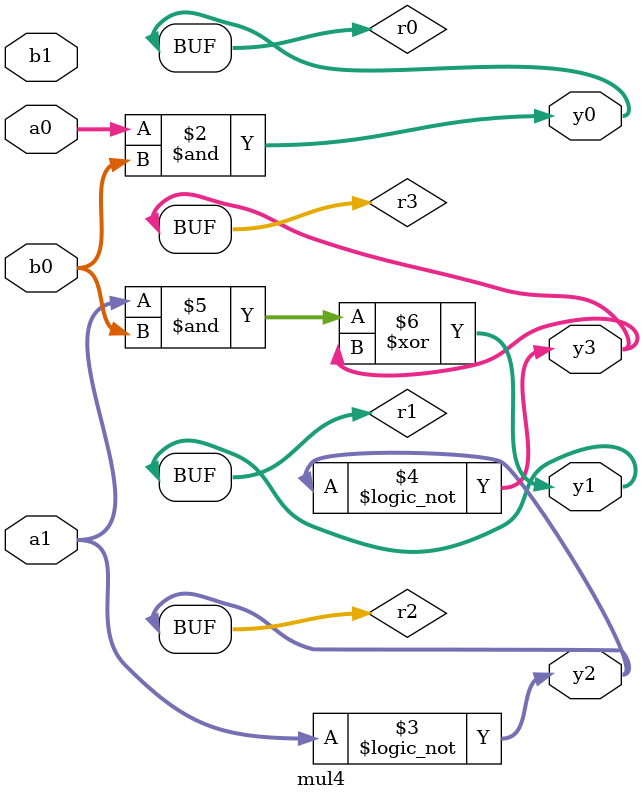
<source format=sv>
module mul4

  (

    input  logic[15:0] a1, a0, b1, b0,

    output logic[15:0] y3, y2, y1, y0

  );

  

logic [15:0] r0, r1, r2, r3; 
 always@(*) begin 
	 r0 = a0; r1 = a1; r2 = b0; r3 = b1; 
 	 r0  &=  b0 ;
 	 r2 = ! a1 ;
 	 r3 = ! r2 ;
 	 r1  &=  b0 ;
 	 r1  ^=  r3 ;
 	 y3 = r3; y2 = r2; y1 = r1; y0 = r0; 
end








  

endmodule

</source>
